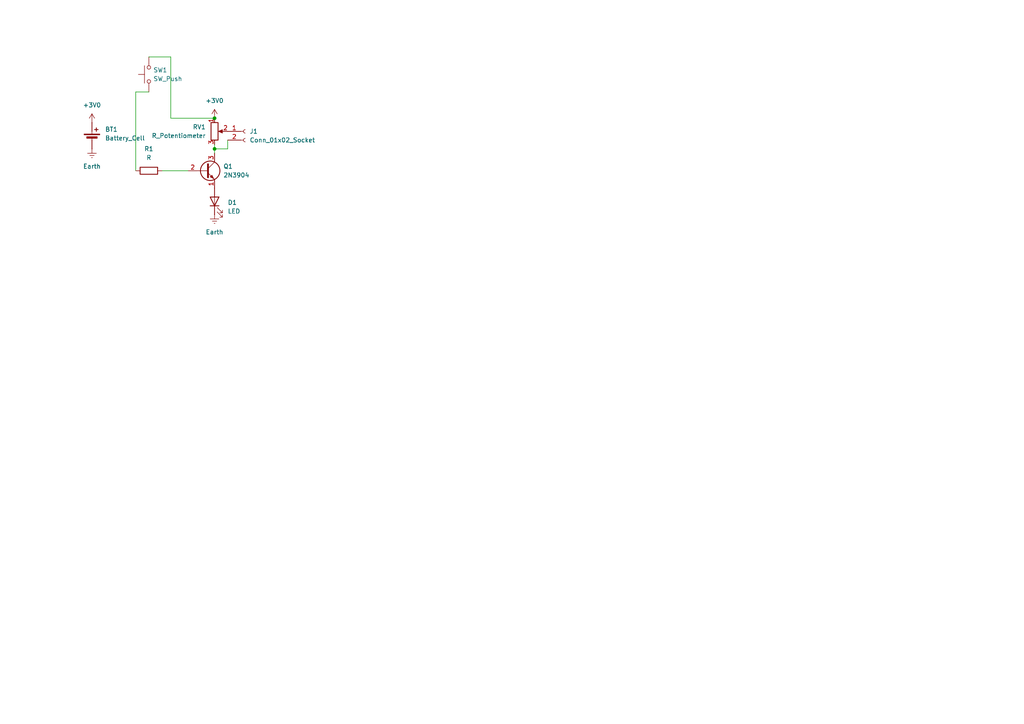
<source format=kicad_sch>
(kicad_sch (version 20250114) (generator "eeschema") (generator_version "9.0")
  (paper "A4")
  (lib_symbols
    (symbol "Connector:Conn_01x02_Socket" (pin_names (offset 1.016) (hide yes))
      (property "Reference" "J" (at 0 2.54 0))
      (property "Value" "Conn_01x02_Socket" (at 0 -5.08 0))
      (symbol "Conn_01x02_Socket_1_1"
        (polyline (pts (xy -1.27 0) (xy -0.508 0)) (stroke (width 0.1524)))
        (polyline (pts (xy -1.27 -2.54) (xy -0.508 -2.54)) (stroke (width 0.1524)))
        (arc (start 0 -0.508) (mid -0.5058 0) (end 0 0.508) (stroke (width 0.1524)))
        (arc (start 0 -3.048) (mid -0.5058 -2.54) (end 0 -2.032) (stroke (width 0.1524)))
        (pin passive line (at -5.08 0 0) (length 3.81) (name "Pin_1") (number "1"))
        (pin passive line (at -5.08 -2.54 0) (length 3.81) (name "Pin_2") (number "2"))
      )
    )
    (symbol "Device:Battery_Cell" (pin_numbers (hide yes)) (pin_names (offset 0) (hide yes))
      (property "Reference" "BT" (at 2.54 2.54 0))
      (property "Value" "Battery_Cell" (at 2.54 0 0))
      (symbol "Battery_Cell_0_1"
        (rectangle (start -2.286 1.778) (end 2.286 1.524) (fill (type outline)))
        (rectangle (start -1.524 1.016) (end 1.524 0.508) (fill (type outline)))
        (polyline (pts (xy 0 1.778) (xy 0 2.54)))
        (polyline (pts (xy 0 0.762) (xy 0 0)))
        (polyline (pts (xy 0.762 3.048) (xy 1.778 3.048)) (stroke (width 0.254)))
        (polyline (pts (xy 1.27 3.556) (xy 1.27 2.54)) (stroke (width 0.254)))
      )
      (symbol "Battery_Cell_1_1"
        (pin passive line (at 0 5.08 270) (length 2.54) (name "+") (number "1"))
        (pin passive line (at 0 -2.54 90) (length 2.54) (name "-") (number "2"))
      )
    )
    (symbol "Device:LED" (pin_numbers (hide yes)) (pin_names (offset 1.016) (hide yes))
      (property "Reference" "D" (at 0 2.54 0))
      (property "Value" "LED" (at 0 -2.54 0))
      (symbol "LED_0_1"
        (polyline (pts (xy -3.048 -0.762) (xy -4.572 -2.286) (xy -3.81 -2.286) (xy -4.572 -2.286) (xy -4.572 -1.524)))
        (polyline (pts (xy -1.778 -0.762) (xy -3.302 -2.286) (xy -2.54 -2.286) (xy -3.302 -2.286) (xy -3.302 -1.524)))
        (polyline (pts (xy -1.27 0) (xy 1.27 0)))
        (polyline (pts (xy -1.27 -1.27) (xy -1.27 1.27)) (stroke (width 0.254)))
        (polyline (pts (xy 1.27 -1.27) (xy 1.27 1.27) (xy -1.27 0) (xy 1.27 -1.27)) (stroke (width 0.254)))
      )
      (symbol "LED_1_1"
        (pin passive line (at -3.81 0 0) (length 2.54) (name "K") (number "1"))
        (pin passive line (at 3.81 0 180) (length 2.54) (name "A") (number "2"))
      )
    )
    (symbol "Device:R" (pin_numbers (hide yes)) (pin_names (offset 0))
      (property "Reference" "R" (at 2.032 0 90))
      (property "Value" "R" (at 0 0 90))
      (symbol "R_0_1"
        (rectangle (start -1.016 -2.54) (end 1.016 2.54) (stroke (width 0.254)))
      )
      (symbol "R_1_1"
        (pin passive line (at 0 3.81 270) (length 1.27) (name "~") (number "1"))
        (pin passive line (at 0 -3.81 90) (length 1.27) (name "~") (number "2"))
      )
    )
    (symbol "Device:R_Potentiometer" (pin_names (offset 1.016) (hide yes))
      (property "Reference" "RV" (at -4.445 0 90))
      (property "Value" "R_Potentiometer" (at -2.54 0 90))
      (symbol "R_Potentiometer_0_1"
        (rectangle (start 1.016 2.54) (end -1.016 -2.54) (stroke (width 0.254)))
        (polyline (pts (xy 1.143 0) (xy 2.286 0.508) (xy 2.286 -0.508) (xy 1.143 0)) (fill (type outline)))
        (polyline (pts (xy 2.54 0) (xy 1.524 0)))
      )
      (symbol "R_Potentiometer_1_1"
        (pin passive line (at 0 3.81 270) (length 1.27) (name "1") (number "1"))
        (pin passive line (at 0 -3.81 90) (length 1.27) (name "3") (number "3"))
        (pin passive line (at 3.81 0 180) (length 1.27) (name "2") (number "2"))
      )
    )
    (symbol "Switch:SW_Push" (pin_numbers (hide yes)) (pin_names (offset 1.016) (hide yes))
      (property "Reference" "SW" (at 1.27 2.54 0))
      (property "Value" "SW_Push" (at 0 -1.524 0))
      (symbol "SW_Push_0_1"
        (circle (center -2.032 0) (radius 0.508))
        (polyline (pts (xy 0 1.27) (xy 0 3.048)))
        (circle (center 2.032 0) (radius 0.508))
        (polyline (pts (xy 2.54 1.27) (xy -2.54 1.27)))
        (pin passive line (at -5.08 0 0) (length 2.54) (name "1") (number "1"))
        (pin passive line (at 5.08 0 180) (length 2.54) (name "2") (number "2"))
      )
    )
    (symbol "Transistor_BJT:2N3904" (pin_names (offset 0) (hide yes))
      (property "Reference" "Q" (at 5.08 1.905 0))
      (property "Value" "2N3904" (at 5.08 0 0))
      (symbol "2N3904_0_1"
        (polyline (pts (xy -2.54 0) (xy 0.635 0)))
        (polyline (pts (xy 0.635 1.905) (xy 0.635 -1.905)) (stroke (width 0.508)))
        (circle (center 1.27 0) (radius 2.8194) (stroke (width 0.254)))
      )
      (symbol "2N3904_1_1"
        (polyline (pts (xy 0.635 0.635) (xy 2.54 2.54)))
        (polyline (pts (xy 0.635 -0.635) (xy 2.54 -2.54)))
        (polyline (pts (xy 1.27 -1.778) (xy 1.778 -1.27) (xy 2.286 -2.286) (xy 1.27 -1.778)) (fill (type outline)))
        (pin input line (at -5.08 0 0) (length 2.54) (name "B") (number "2"))
        (pin passive line (at 2.54 5.08 270) (length 2.54) (name "C") (number "3"))
        (pin passive line (at 2.54 -5.08 90) (length 2.54) (name "E") (number "1"))
      )
    )
    (symbol "power:+3V0" (power) (pin_numbers (hide yes)) (pin_names (offset 0) (hide yes))
      (property "Value" "+3V0" (at 0 3.556 0))
      (symbol "+3V0_0_1"
        (polyline (pts (xy -0.762 1.27) (xy 0 2.54)))
        (polyline (pts (xy 0 2.54) (xy 0.762 1.27)))
        (polyline (pts (xy 0 0) (xy 0 2.54)))
      )
      (symbol "+3V0_1_1"
        (pin power_in line (at 0 0 90) (length 0) (name "~") (number "1"))
      )
    )
    (symbol "power:Earth" (power) (pin_numbers (hide yes)) (pin_names (offset 0) (hide yes))
      (property "Value" "Earth" (at 0 -3.81 0))
      (symbol "Earth_0_1"
        (polyline (pts (xy -0.635 -1.905) (xy 0.635 -1.905)))
        (polyline (pts (xy -0.127 -2.54) (xy 0.127 -2.54)))
        (polyline (pts (xy 0 -1.27) (xy 0 0)))
        (polyline (pts (xy 1.27 -1.27) (xy -1.27 -1.27)))
      )
      (symbol "Earth_1_1"
        (pin power_in line (at 0 0 270) (length 0) (name "~") (number "1"))
      )
    )
  )
  (junction (at 62.23 34.29))
  (junction (at 62.23 43.18))
  (wire (pts (xy 43.18 26.67) (xy 39.37 26.67)))
  (wire (pts (xy 49.53 34.29) (xy 62.23 34.29)))
  (wire (pts (xy 66.04 40.64) (xy 66.04 43.18)))
  (wire (pts (xy 49.53 16.51) (xy 49.53 34.29)))
  (wire (pts (xy 43.18 16.51) (xy 49.53 16.51)))
  (wire (pts (xy 62.23 43.18) (xy 62.23 41.91)))
  (wire (pts (xy 62.23 43.18) (xy 66.04 43.18)))
  (wire (pts (xy 62.23 44.45) (xy 62.23 43.18)))
  (wire (pts (xy 39.37 26.67) (xy 39.37 49.53)))
  (wire (pts (xy 46.99 49.53) (xy 54.61 49.53)))
  (symbol (lib_id "Transistor_BJT:2N3904") (at 59.69 49.53 0) (unit 1)
    (property "Reference" "Q1" (at 64.77 48.2599 0) (effects (justify left)))
    (property "Value" "2N3904" (at 64.77 50.7999 0) (effects (justify left)))
    (property "Footprint" "Package_TO_SOT_THT:TO-92_Inline" (effects (hide yes)))
    (property "Datasheet" "https://www.onsemi.com/pub/Collateral/2N3903-D.PDF" (effects (hide yes)))
    (property "Description" "0.2A Ic, 40V Vce, Small Signal NPN Transistor, TO-92" (effects (hide yes)))
  )
  (symbol (lib_id "power:+3V0") (at 62.23 34.29 0) (unit 1)
    (property "Reference" "#PWR03" (effects (hide yes)))
    (property "Value" "+3V0" (at 62.23 29.21 0))
    (property "Description" "Power symbol creates a global label with name \"+3V0\"" (effects (hide yes)))
  )
  (symbol (lib_id "power:Earth") (at 26.67 43.18 0) (unit 1)
    (property "Reference" "#PWR02" (effects (hide yes)))
    (property "Value" "Earth" (at 26.67 48.26 0))
    (property "Description" "Power symbol creates a global label with name \"Earth\"" (effects (hide yes)))
  )
  (symbol (lib_id "Device:LED") (at 62.23 58.42 90) (unit 1)
    (property "Reference" "D1" (at 66.04 58.7374 90) (effects (justify right)))
    (property "Value" "LED" (at 66.04 61.2774 90) (effects (justify right)))
    (property "Footprint" "LED_THT:LED_D5.0mm" (effects (hide yes)))
    (property "Description" "Light emitting diode" (effects (hide yes)))
    (property "Sim.Pins" "1=K 2=A" (effects (hide yes)))
  )
  (symbol (lib_id "Device:R") (at 43.18 49.53 90) (unit 1)
    (property "Reference" "R1" (at 43.18 43.18 90))
    (property "Value" "R" (at 43.18 45.72 90))
    (property "Footprint" "Resistor_THT:R_Axial_DIN0207_L6.3mm_D2.5mm_P7.62mm_Horizontal" (effects (hide yes)))
    (property "Description" "Resistor" (effects (hide yes)))
  )
  (symbol (lib_id "Connector:Conn_01x02_Socket") (at 71.12 38.1 0) (unit 1)
    (property "Reference" "J1" (at 72.39 38.0999 0) (effects (justify left)))
    (property "Value" "Conn_01x02_Socket" (at 72.39 40.6399 0) (effects (justify left)))
    (property "Footprint" "Connector_PinHeader_2.54mm:PinHeader_1x02_P2.54mm_Vertical" (effects (hide yes)))
    (property "Description" "Generic connector, single row, 01x02, script generated" (effects (hide yes)))
  )
  (symbol (lib_id "Device:R_Potentiometer") (at 62.23 38.1 0) (unit 1)
    (property "Reference" "RV1" (at 59.69 36.8299 0) (effects (justify right)))
    (property "Value" "R_Potentiometer" (at 59.69 39.3699 0) (effects (justify right)))
    (property "Footprint" "Potentiometer_THT:Potentiometer_Vishay_T73YP_Vertical" (effects (hide yes)))
    (property "Description" "Potentiometer" (effects (hide yes)))
  )
  (symbol (lib_id "Device:Battery_Cell") (at 26.67 40.64 0) (unit 1)
    (property "Reference" "BT1" (at 30.48 37.5284 0) (effects (justify left)))
    (property "Value" "Battery_Cell" (at 30.48 40.0684 0) (effects (justify left)))
    (property "Footprint" "Battery:BatteryHolder_Keystone_3034_1x20mm" (effects (hide yes)))
    (property "Description" "Single-cell battery" (effects (hide yes)))
  )
  (symbol (lib_id "Switch:SW_Push") (at 43.18 21.59 90) (unit 1)
    (property "Reference" "SW1" (at 44.45 20.3199 90) (effects (justify right)))
    (property "Value" "SW_Push" (at 44.45 22.8599 90) (effects (justify right)))
    (property "Footprint" "Button_Switch_THT:SW_PUSH_6mm" (effects (hide yes)))
    (property "Description" "Push button switch, generic, two pins" (effects (hide yes)))
  )
  (symbol (lib_id "power:+3V0") (at 26.67 35.56 0) (unit 1)
    (property "Reference" "#PWR01" (effects (hide yes)))
    (property "Value" "+3V0" (at 26.67 30.48 0))
    (property "Description" "Power symbol creates a global label with name \"+3V0\"" (effects (hide yes)))
  )
  (symbol (lib_id "power:Earth") (at 62.23 62.23 0) (unit 1)
    (property "Reference" "#PWR04" (effects (hide yes)))
    (property "Value" "Earth" (at 62.23 67.31 0))
    (property "Description" "Power symbol creates a global label with name \"Earth\"" (effects (hide yes)))
  )
)
</source>
